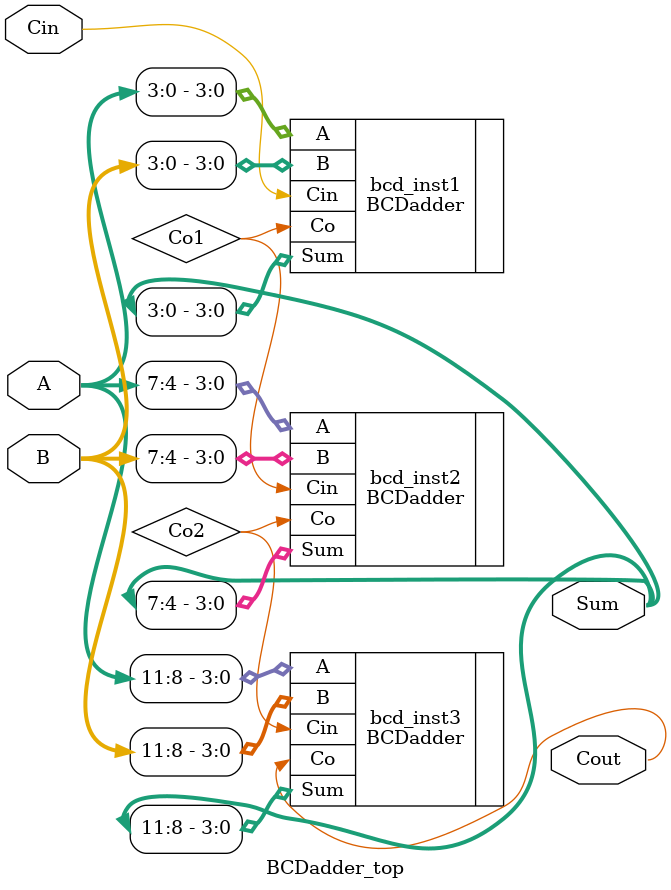
<source format=v>
module BCDadder_top(
    input [11:0] A,
    input [11:0] B,
    input wire Cin,

    output [11:0] Sum,
    output wire Cout
);

wire  Co1,Co2;

BCDadder bcd_inst1 (
    .A (A[3:0]),
    .B (B[3:0]),
    .Cin (Cin),

    .Co (Co1),
    .Sum (Sum[3:0])
);


BCDadder bcd_inst2 (
    .A (A[7:4]),
    .B (B[7:4]),
    .Cin (Co1),

    .Co (Co2),
    .Sum (Sum[7:4])
);


BCDadder bcd_inst3 (
    .A (A[11:8]),
    .B (B[11:8]),
    .Cin (Co2),

    .Co (Cout),
    .Sum (Sum[11:8])
);



endmodule

</source>
